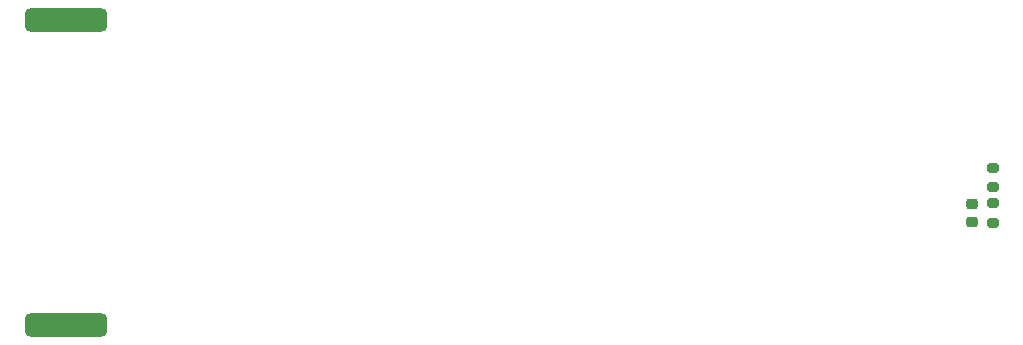
<source format=gbp>
%TF.GenerationSoftware,KiCad,Pcbnew,8.0.9-8.0.9-0~ubuntu22.04.1*%
%TF.CreationDate,2025-12-20T23:57:42-07:00*%
%TF.ProjectId,ESC_KiCAD,4553435f-4b69-4434-9144-2e6b69636164,A*%
%TF.SameCoordinates,Original*%
%TF.FileFunction,Paste,Bot*%
%TF.FilePolarity,Positive*%
%FSLAX46Y46*%
G04 Gerber Fmt 4.6, Leading zero omitted, Abs format (unit mm)*
G04 Created by KiCad (PCBNEW 8.0.9-8.0.9-0~ubuntu22.04.1) date 2025-12-20 23:57:42*
%MOMM*%
%LPD*%
G01*
G04 APERTURE LIST*
G04 Aperture macros list*
%AMRoundRect*
0 Rectangle with rounded corners*
0 $1 Rounding radius*
0 $2 $3 $4 $5 $6 $7 $8 $9 X,Y pos of 4 corners*
0 Add a 4 corners polygon primitive as box body*
4,1,4,$2,$3,$4,$5,$6,$7,$8,$9,$2,$3,0*
0 Add four circle primitives for the rounded corners*
1,1,$1+$1,$2,$3*
1,1,$1+$1,$4,$5*
1,1,$1+$1,$6,$7*
1,1,$1+$1,$8,$9*
0 Add four rect primitives between the rounded corners*
20,1,$1+$1,$2,$3,$4,$5,0*
20,1,$1+$1,$4,$5,$6,$7,0*
20,1,$1+$1,$6,$7,$8,$9,0*
20,1,$1+$1,$8,$9,$2,$3,0*%
G04 Aperture macros list end*
%ADD10RoundRect,0.500000X-3.000000X-0.500000X3.000000X-0.500000X3.000000X0.500000X-3.000000X0.500000X0*%
%ADD11RoundRect,0.200000X-0.275000X0.200000X-0.275000X-0.200000X0.275000X-0.200000X0.275000X0.200000X0*%
%ADD12RoundRect,0.225000X0.250000X-0.225000X0.250000X0.225000X-0.250000X0.225000X-0.250000X-0.225000X0*%
G04 APERTURE END LIST*
D10*
X125200000Y-77000000D03*
D11*
X203750000Y-94125000D03*
X203750000Y-92475000D03*
X203750000Y-89475000D03*
X203750000Y-91125000D03*
D10*
X125200000Y-102800000D03*
D12*
X201950000Y-92525000D03*
X201950000Y-94075000D03*
M02*

</source>
